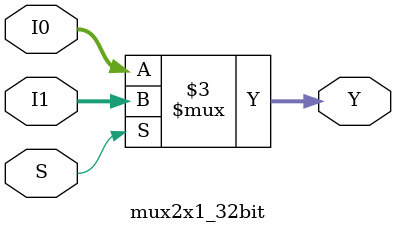
<source format=v>
module mux2x1_32bit (output reg[31:0] Y, input S, input[31:0] I0,I1);
always @(S,I0,I1)
	if(S) Y=I1;
	else Y=I0;
endmodule
</source>
